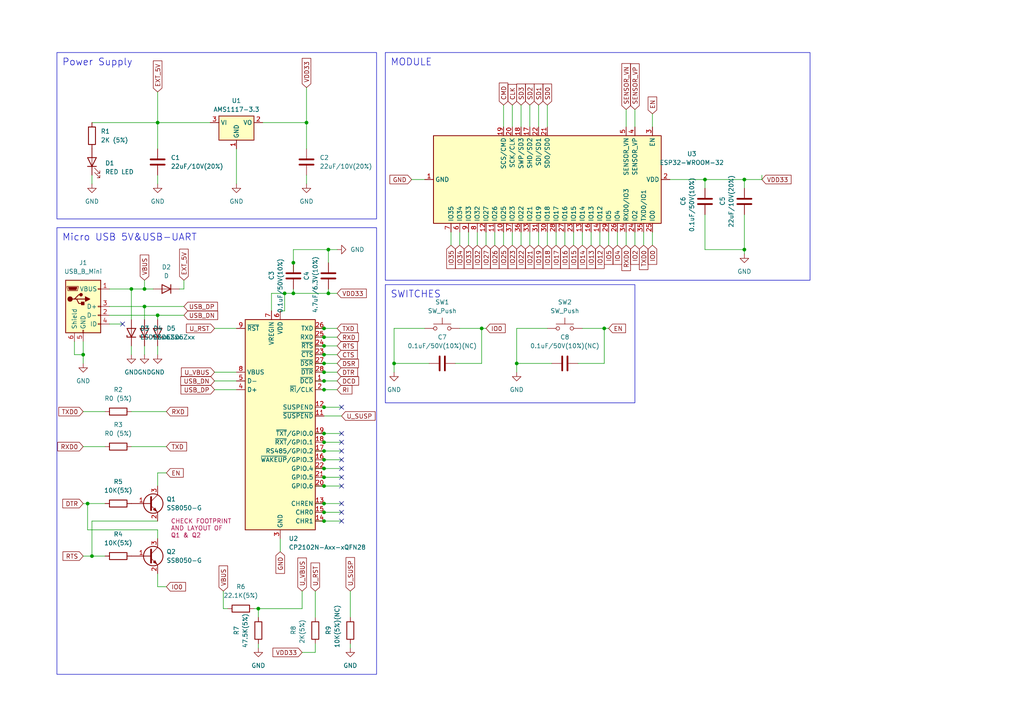
<source format=kicad_sch>
(kicad_sch (version 20230121) (generator eeschema)
  (paper "A4")
  (lib_symbols
    (symbol "Connector:USB_B_Mini" (pin_names (offset 1.016))
      (property "Reference" "J" (at -5.08 11.43 0))
      (property "Value" "USB_B_Mini" (at -5.08 8.89 0))
      (symbol "USB_B_Mini_0_1"
        (rectangle (start -5.08 -7.62) (end 5.08 7.62) (stroke (width 0.254)) (fill (type background)))
        (circle (center -3.81 2.159) (radius 0.635) (stroke (width 0.254)) (fill (type outline)))
        (circle (center -0.635 3.429) (radius 0.381) (stroke (width 0.254)) (fill (type outline)))
        (rectangle (start -0.127 -7.62) (end 0.127 -6.858))
        (polyline (pts (xy -1.905 2.159) (xy 0.635 2.159)) (stroke (width 0.254)))
        (polyline (pts (xy -3.175 2.159) (xy -2.54 2.159) (xy -1.27 3.429) (xy -0.635 3.429)) (stroke (width 0.254)))
        (polyline (pts (xy -2.54 2.159) (xy -1.905 2.159) (xy -1.27 0.889) (xy 0 0.889)) (stroke (width 0.254)))
        (polyline (pts (xy 0.635 2.794) (xy 0.635 1.524) (xy 1.905 2.159) (xy 0.635 2.794)) (stroke (width 0.254)) (fill (type outline)))
        (polyline (pts (xy -4.318 5.588) (xy -1.778 5.588) (xy -2.032 4.826) (xy -4.064 4.826) (xy -4.318 5.588)) (fill (type outline)))
        (polyline (pts (xy -4.699 5.842) (xy -4.699 5.588) (xy -4.445 4.826) (xy -4.445 4.572) (xy -1.651 4.572) (xy -1.651 4.826) (xy -1.397 5.588) (xy -1.397 5.842) (xy -4.699 5.842)))
        (rectangle (start 0.254 1.27) (end -0.508 0.508) (stroke (width 0.254)) (fill (type outline)))
        (rectangle (start 5.08 -5.207) (end 4.318 -4.953))
        (rectangle (start 5.08 -2.667) (end 4.318 -2.413))
        (rectangle (start 5.08 -0.127) (end 4.318 0.127))
        (rectangle (start 5.08 4.953) (end 4.318 5.207))
      )
      (symbol "USB_B_Mini_1_1"
        (pin power_out line (at 7.62 5.08 180) (length 2.54) (name "VBUS") (number "1"))
        (pin bidirectional line (at 7.62 -2.54 180) (length 2.54) (name "D-") (number "2"))
        (pin bidirectional line (at 7.62 0 180) (length 2.54) (name "D+") (number "3"))
        (pin passive line (at 7.62 -5.08 180) (length 2.54) (name "ID") (number "4"))
        (pin power_out line (at 0 -10.16 90) (length 2.54) (name "GND") (number "5"))
        (pin passive line (at -2.54 -10.16 90) (length 2.54) (name "Shield") (number "6"))
      )
    )
    (symbol "Device:C" (pin_numbers hide) (pin_names (offset 0.254))
      (property "Reference" "C" (at 0.635 2.54 0))
      (property "Value" "C" (at 0.635 -2.54 0))
      (symbol "C_0_1"
        (polyline (pts (xy -2.032 -0.762) (xy 2.032 -0.762)) (stroke (width 0.508)))
        (polyline (pts (xy -2.032 0.762) (xy 2.032 0.762)) (stroke (width 0.508)))
      )
      (symbol "C_1_1"
        (pin passive line (at 0 3.81 270) (length 2.794) (name "~") (number "1"))
        (pin passive line (at 0 -3.81 90) (length 2.794) (name "~") (number "2"))
      )
    )
    (symbol "Device:D" (pin_numbers hide) (pin_names (offset 1.016) hide)
      (property "Reference" "D" (at 0 2.54 0))
      (property "Value" "D" (at 0 -2.54 0))
      (symbol "D_0_1"
        (polyline (pts (xy -1.27 1.27) (xy -1.27 -1.27)) (stroke (width 0.254)))
        (polyline (pts (xy 1.27 0) (xy -1.27 0)))
        (polyline (pts (xy 1.27 1.27) (xy 1.27 -1.27) (xy -1.27 0) (xy 1.27 1.27)) (stroke (width 0.254)))
      )
      (symbol "D_1_1"
        (pin passive line (at -3.81 0 0) (length 2.54) (name "K") (number "1"))
        (pin passive line (at 3.81 0 180) (length 2.54) (name "A") (number "2"))
      )
    )
    (symbol "Device:LED" (pin_numbers hide) (pin_names (offset 1.016) hide)
      (property "Reference" "D" (at 0 2.54 0))
      (property "Value" "LED" (at 0 -2.54 0))
      (symbol "LED_0_1"
        (polyline (pts (xy -1.27 -1.27) (xy -1.27 1.27)) (stroke (width 0.254)))
        (polyline (pts (xy -1.27 0) (xy 1.27 0)))
        (polyline (pts (xy 1.27 -1.27) (xy 1.27 1.27) (xy -1.27 0) (xy 1.27 -1.27)) (stroke (width 0.254)))
        (polyline (pts (xy -3.048 -0.762) (xy -4.572 -2.286) (xy -3.81 -2.286) (xy -4.572 -2.286) (xy -4.572 -1.524)))
        (polyline (pts (xy -1.778 -0.762) (xy -3.302 -2.286) (xy -2.54 -2.286) (xy -3.302 -2.286) (xy -3.302 -1.524)))
      )
      (symbol "LED_1_1"
        (pin passive line (at -3.81 0 0) (length 2.54) (name "K") (number "1"))
        (pin passive line (at 3.81 0 180) (length 2.54) (name "A") (number "2"))
      )
    )
    (symbol "Device:Q_NPN_BEC" (pin_names (offset 0) hide)
      (property "Reference" "Q" (at 5.08 1.27 0))
      (property "Value" "Q_NPN_BEC" (at 5.08 -1.27 0))
      (symbol "Q_NPN_BEC_0_1"
        (polyline (pts (xy 0.635 0.635) (xy 2.54 2.54)))
        (polyline (pts (xy 0.635 -0.635) (xy 2.54 -2.54) (xy 2.54 -2.54)))
        (polyline (pts (xy 0.635 1.905) (xy 0.635 -1.905) (xy 0.635 -1.905)) (stroke (width 0.508)))
        (polyline (pts (xy 1.27 -1.778) (xy 1.778 -1.27) (xy 2.286 -2.286) (xy 1.27 -1.778) (xy 1.27 -1.778)) (fill (type outline)))
        (circle (center 1.27 0) (radius 2.8194) (stroke (width 0.254)))
      )
      (symbol "Q_NPN_BEC_1_1"
        (pin input line (at -5.08 0 0) (length 5.715) (name "B") (number "1"))
        (pin passive line (at 2.54 -5.08 90) (length 2.54) (name "E") (number "2"))
        (pin passive line (at 2.54 5.08 270) (length 2.54) (name "C") (number "3"))
      )
    )
    (symbol "Device:R" (pin_numbers hide) (pin_names (offset 0))
      (property "Reference" "R" (at 2.032 0 90))
      (property "Value" "R" (at 0 0 90))
      (symbol "R_0_1"
        (rectangle (start -1.016 -2.54) (end 1.016 2.54) (stroke (width 0.254)))
      )
      (symbol "R_1_1"
        (pin passive line (at 0 3.81 270) (length 1.27) (name "~") (number "1"))
        (pin passive line (at 0 -3.81 90) (length 1.27) (name "~") (number "2"))
      )
    )
    (symbol "Diode:ESD5Zxx" (pin_numbers hide) (pin_names hide)
      (property "Reference" "D" (at 0 2.54 0))
      (property "Value" "ESD5Zxx" (at 0 -2.54 0))
      (symbol "ESD5Zxx_0_1"
        (polyline (pts (xy 1.27 0) (xy -1.27 0)))
        (polyline (pts (xy -1.27 -1.27) (xy -1.27 1.27) (xy -0.762 1.27)) (stroke (width 0.254)))
        (polyline (pts (xy 1.27 -1.27) (xy 1.27 1.27) (xy -1.27 0) (xy 1.27 -1.27)) (stroke (width 0.254)))
      )
      (symbol "ESD5Zxx_1_1"
        (pin passive line (at -3.81 0 0) (length 2.54) (name "K") (number "1"))
        (pin passive line (at 3.81 0 180) (length 2.54) (name "A") (number "2"))
      )
    )
    (symbol "Interface_USB:CP2102N-Axx-xQFN28"
      (property "Reference" "U" (at -8.89 31.75 0))
      (property "Value" "CP2102N-Axx-xQFN28" (at 12.7 31.75 0))
      (symbol "CP2102N-Axx-xQFN28_0_1"
        (rectangle (start -10.16 30.48) (end 10.16 -30.48) (stroke (width 0.254)) (fill (type background)))
      )
      (symbol "CP2102N-Axx-xQFN28_1_1"
        (pin input line (at 12.7 12.7 180) (length 2.54) (name "~{DCD}") (number "1"))
        (pin no_connect line (at -10.16 -27.94 0) (length 2.54) hide (name "NC") (number "10"))
        (pin output line (at 12.7 2.54 180) (length 2.54) (name "~{SUSPEND}") (number "11"))
        (pin output line (at 12.7 5.08 180) (length 2.54) (name "SUSPEND") (number "12"))
        (pin output line (at 12.7 -22.86 180) (length 2.54) (name "CHREN") (number "13"))
        (pin output line (at 12.7 -27.94 180) (length 2.54) (name "CHR1") (number "14"))
        (pin output line (at 12.7 -25.4 180) (length 2.54) (name "CHR0") (number "15"))
        (pin bidirectional line (at 12.7 -10.16 180) (length 2.54) (name "~{WAKEUP}/GPIO.3") (number "16"))
        (pin bidirectional line (at 12.7 -7.62 180) (length 2.54) (name "RS485/GPIO.2") (number "17"))
        (pin bidirectional line (at 12.7 -5.08 180) (length 2.54) (name "~{RXT}/GPIO.1") (number "18"))
        (pin bidirectional line (at 12.7 -2.54 180) (length 2.54) (name "~{TXT}/GPIO.0") (number "19"))
        (pin bidirectional line (at 12.7 10.16 180) (length 2.54) (name "~{RI}/CLK") (number "2"))
        (pin bidirectional line (at 12.7 -17.78 180) (length 2.54) (name "GPIO.6") (number "20"))
        (pin bidirectional line (at 12.7 -15.24 180) (length 2.54) (name "GPIO.5") (number "21"))
        (pin bidirectional line (at 12.7 -12.7 180) (length 2.54) (name "GPIO.4") (number "22"))
        (pin input line (at 12.7 20.32 180) (length 2.54) (name "~{CTS}") (number "23"))
        (pin output line (at 12.7 22.86 180) (length 2.54) (name "~{RTS}") (number "24"))
        (pin input line (at 12.7 25.4 180) (length 2.54) (name "RXD") (number "25"))
        (pin output line (at 12.7 27.94 180) (length 2.54) (name "TXD") (number "26"))
        (pin input line (at 12.7 17.78 180) (length 2.54) (name "~{DSR}") (number "27"))
        (pin output line (at 12.7 15.24 180) (length 2.54) (name "~{DTR}") (number "28"))
        (pin passive line (at 0 -33.02 90) (length 2.54) hide (name "GND") (number "29"))
        (pin power_in line (at 0 -33.02 90) (length 2.54) (name "GND") (number "3"))
        (pin bidirectional line (at -12.7 10.16 0) (length 2.54) (name "D+") (number "4"))
        (pin bidirectional line (at -12.7 12.7 0) (length 2.54) (name "D-") (number "5"))
        (pin power_in line (at 0 33.02 270) (length 2.54) (name "VDD") (number "6"))
        (pin power_in line (at -2.54 33.02 270) (length 2.54) (name "VREGIN") (number "7"))
        (pin input line (at -12.7 15.24 0) (length 2.54) (name "VBUS") (number "8"))
        (pin input line (at -12.7 27.94 0) (length 2.54) (name "~{RST}") (number "9"))
      )
    )
    (symbol "RF_Module:ESP32-WROOM-32"
      (property "Reference" "U" (at -12.7 34.29 0))
      (property "Value" "ESP32-WROOM-32" (at 1.27 34.29 0))
      (symbol "ESP32-WROOM-32_0_1"
        (rectangle (start -12.7 33.02) (end 12.7 -33.02) (stroke (width 0.254)) (fill (type background)))
      )
      (symbol "ESP32-WROOM-32_1_1"
        (pin power_in line (at 0 -35.56 90) (length 2.54) (name "GND") (number "1"))
        (pin bidirectional line (at 15.24 -12.7 180) (length 2.54) (name "IO25") (number "10"))
        (pin bidirectional line (at 15.24 -15.24 180) (length 2.54) (name "IO26") (number "11"))
        (pin bidirectional line (at 15.24 -17.78 180) (length 2.54) (name "IO27") (number "12"))
        (pin bidirectional line (at 15.24 10.16 180) (length 2.54) (name "IO14") (number "13"))
        (pin bidirectional line (at 15.24 15.24 180) (length 2.54) (name "IO12") (number "14"))
        (pin passive line (at 0 -35.56 90) (length 2.54) hide (name "GND") (number "15"))
        (pin bidirectional line (at 15.24 12.7 180) (length 2.54) (name "IO13") (number "16"))
        (pin bidirectional line (at -15.24 -5.08 0) (length 2.54) (name "SHD/SD2") (number "17"))
        (pin bidirectional line (at -15.24 -7.62 0) (length 2.54) (name "SWP/SD3") (number "18"))
        (pin bidirectional line (at -15.24 -12.7 0) (length 2.54) (name "SCS/CMD") (number "19"))
        (pin power_in line (at 0 35.56 270) (length 2.54) (name "VDD") (number "2"))
        (pin bidirectional line (at -15.24 -10.16 0) (length 2.54) (name "SCK/CLK") (number "20"))
        (pin bidirectional line (at -15.24 0 0) (length 2.54) (name "SDO/SD0") (number "21"))
        (pin bidirectional line (at -15.24 -2.54 0) (length 2.54) (name "SDI/SD1") (number "22"))
        (pin bidirectional line (at 15.24 7.62 180) (length 2.54) (name "IO15") (number "23"))
        (pin bidirectional line (at 15.24 25.4 180) (length 2.54) (name "IO2") (number "24"))
        (pin bidirectional line (at 15.24 30.48 180) (length 2.54) (name "IO0") (number "25"))
        (pin bidirectional line (at 15.24 20.32 180) (length 2.54) (name "IO4") (number "26"))
        (pin bidirectional line (at 15.24 5.08 180) (length 2.54) (name "IO16") (number "27"))
        (pin bidirectional line (at 15.24 2.54 180) (length 2.54) (name "IO17") (number "28"))
        (pin bidirectional line (at 15.24 17.78 180) (length 2.54) (name "IO5") (number "29"))
        (pin input line (at -15.24 30.48 0) (length 2.54) (name "EN") (number "3"))
        (pin bidirectional line (at 15.24 0 180) (length 2.54) (name "IO18") (number "30"))
        (pin bidirectional line (at 15.24 -2.54 180) (length 2.54) (name "IO19") (number "31"))
        (pin no_connect line (at -12.7 -27.94 0) (length 2.54) hide (name "NC") (number "32"))
        (pin bidirectional line (at 15.24 -5.08 180) (length 2.54) (name "IO21") (number "33"))
        (pin bidirectional line (at 15.24 22.86 180) (length 2.54) (name "RXD0/IO3") (number "34"))
        (pin bidirectional line (at 15.24 27.94 180) (length 2.54) (name "TXD0/IO1") (number "35"))
        (pin bidirectional line (at 15.24 -7.62 180) (length 2.54) (name "IO22") (number "36"))
        (pin bidirectional line (at 15.24 -10.16 180) (length 2.54) (name "IO23") (number "37"))
        (pin passive line (at 0 -35.56 90) (length 2.54) hide (name "GND") (number "38"))
        (pin passive line (at 0 -35.56 90) (length 2.54) hide (name "GND") (number "39"))
        (pin input line (at -15.24 25.4 0) (length 2.54) (name "SENSOR_VP") (number "4"))
        (pin input line (at -15.24 22.86 0) (length 2.54) (name "SENSOR_VN") (number "5"))
        (pin input line (at 15.24 -25.4 180) (length 2.54) (name "IO34") (number "6"))
        (pin input line (at 15.24 -27.94 180) (length 2.54) (name "IO35") (number "7"))
        (pin bidirectional line (at 15.24 -20.32 180) (length 2.54) (name "IO32") (number "8"))
        (pin bidirectional line (at 15.24 -22.86 180) (length 2.54) (name "IO33") (number "9"))
      )
    )
    (symbol "Regulator_Linear:AMS1117-3.3"
      (property "Reference" "U" (at -3.81 3.175 0))
      (property "Value" "AMS1117-3.3" (at 0 3.175 0))
      (symbol "AMS1117-3.3_0_1"
        (rectangle (start -5.08 -5.08) (end 5.08 1.905) (stroke (width 0.254)) (fill (type background)))
      )
      (symbol "AMS1117-3.3_1_1"
        (pin power_in line (at 0 -7.62 90) (length 2.54) (name "GND") (number "1"))
        (pin power_out line (at 7.62 0 180) (length 2.54) (name "VO") (number "2"))
        (pin power_in line (at -7.62 0 0) (length 2.54) (name "VI") (number "3"))
      )
    )
    (symbol "Switch:SW_Push" (pin_numbers hide) (pin_names (offset 1.016) hide)
      (property "Reference" "SW" (at 1.27 2.54 0))
      (property "Value" "SW_Push" (at 0 -1.524 0))
      (symbol "SW_Push_0_1"
        (circle (center -2.032 0) (radius 0.508))
        (polyline (pts (xy 0 1.27) (xy 0 3.048)))
        (polyline (pts (xy 2.54 1.27) (xy -2.54 1.27)))
        (circle (center 2.032 0) (radius 0.508))
        (pin passive line (at -5.08 0 0) (length 2.54) (name "1") (number "1"))
        (pin passive line (at 5.08 0 180) (length 2.54) (name "2") (number "2"))
      )
    )
    (symbol "power:GND" (power) (pin_names (offset 0))
      (property "Value" "GND" (at 0 -3.81 0))
      (symbol "GND_0_1"
        (polyline (pts (xy 0 0) (xy 0 -1.27) (xy 1.27 -1.27) (xy 0 -2.54) (xy -1.27 -1.27) (xy 0 -1.27)))
      )
      (symbol "GND_1_1"
        (pin power_in line (at 0 0 270) (length 0) hide (name "GND") (number "1"))
      )
    )
  )
  (junction (at 82.55 85.09))
  (junction (at 215.9 72.39))
  (junction (at 41.91 88.9))
  (junction (at 95.25 85.09))
  (junction (at 25.4 146.05))
  (junction (at 149.86 105.41))
  (junction (at 85.09 76.2))
  (junction (at 93.98 118.11))
  (junction (at 74.93 176.53))
  (junction (at 93.98 100.33))
  (junction (at 95.25 72.39))
  (junction (at 93.98 135.89))
  (junction (at 93.98 146.05))
  (junction (at 93.98 105.41))
  (junction (at 24.13 102.87))
  (junction (at 45.72 35.56))
  (junction (at 204.47 52.07))
  (junction (at 93.98 95.25))
  (junction (at 93.98 107.95))
  (junction (at 114.3 105.41))
  (junction (at 93.98 138.43))
  (junction (at 38.1 83.82))
  (junction (at 93.98 97.79))
  (junction (at 93.98 130.81))
  (junction (at 93.98 133.35))
  (junction (at 41.91 83.82))
  (junction (at 93.98 151.13))
  (junction (at 93.98 148.59))
  (junction (at 85.09 85.09))
  (junction (at 93.98 110.49))
  (junction (at 26.67 161.29))
  (junction (at 93.98 113.03))
  (junction (at 93.98 128.27))
  (junction (at 88.9 35.56))
  (junction (at 175.26 95.25))
  (junction (at 139.7 95.25))
  (junction (at 93.98 102.87))
  (junction (at 45.72 91.44))
  (junction (at 93.98 125.73))
  (junction (at 215.9 52.07))
  (junction (at 93.98 140.97))
  (no_connect (at 99.06 146.05))
  (no_connect (at 99.06 138.43))
  (no_connect (at 99.06 128.27))
  (no_connect (at 99.06 151.13))
  (no_connect (at 99.06 130.81))
  (no_connect (at 99.06 135.89))
  (no_connect (at 99.06 125.73))
  (no_connect (at 99.06 133.35))
  (no_connect (at 99.06 140.97))
  (no_connect (at 35.56 93.98))
  (no_connect (at 99.06 148.59))
  (no_connect (at 99.06 118.11))
  (bus_entry (at 562.61 71.12) (size 2.54 2.54))
  (bus_entry (at 563.88 71.12) (size 2.54 2.54))
  (wire (pts (xy 68.58 43.18) (xy 68.58 53.34)))
  (wire (pts (xy 93.98 95.25) (xy 97.79 95.25)))
  (wire (pts (xy 64.77 171.45) (xy 64.77 176.53)))
  (wire (pts (xy 41.91 88.9) (xy 41.91 92.71)))
  (wire (pts (xy 93.98 110.49) (xy 97.79 110.49)))
  (wire (pts (xy 161.29 67.31) (xy 161.29 71.12)))
  (wire (pts (xy 41.91 100.33) (xy 41.91 102.87)))
  (wire (pts (xy 38.1 100.33) (xy 38.1 102.87)))
  (wire (pts (xy 53.34 83.82) (xy 53.34 81.28)))
  (wire (pts (xy 204.47 72.39) (xy 215.9 72.39)))
  (wire (pts (xy 91.44 100.33) (xy 93.98 100.33)))
  (wire (pts (xy 168.91 67.31) (xy 168.91 71.12)))
  (wire (pts (xy 93.98 133.35) (xy 99.06 133.35)))
  (wire (pts (xy 31.75 91.44) (xy 45.72 91.44)))
  (wire (pts (xy 93.98 113.03) (xy 97.79 113.03)))
  (wire (pts (xy 45.72 137.16) (xy 45.72 140.97)))
  (wire (pts (xy 220.98 52.07) (xy 220.98 50.8)))
  (wire (pts (xy 186.69 67.31) (xy 186.69 71.12)))
  (wire (pts (xy 93.98 118.11) (xy 99.06 118.11)))
  (wire (pts (xy 45.72 153.67) (xy 25.4 153.67)))
  (wire (pts (xy 74.93 176.53) (xy 87.63 176.53)))
  (wire (pts (xy 93.98 97.79) (xy 97.79 97.79)))
  (wire (pts (xy 93.98 140.97) (xy 99.06 140.97)))
  (wire (pts (xy 181.61 67.31) (xy 181.61 71.12)))
  (wire (pts (xy 21.59 99.06) (xy 21.59 102.87)))
  (wire (pts (xy 135.89 67.31) (xy 135.89 71.12)))
  (wire (pts (xy 158.75 30.48) (xy 158.75 36.83)))
  (wire (pts (xy 93.98 135.89) (xy 99.06 135.89)))
  (wire (pts (xy 158.75 67.31) (xy 158.75 71.12)))
  (wire (pts (xy 173.99 67.31) (xy 173.99 71.12)))
  (wire (pts (xy 140.97 67.31) (xy 140.97 71.12)))
  (wire (pts (xy 215.9 72.39) (xy 215.9 73.66)))
  (wire (pts (xy 85.09 76.2) (xy 85.09 72.39)))
  (wire (pts (xy 138.43 67.31) (xy 138.43 71.12)))
  (wire (pts (xy 101.6 171.45) (xy 101.6 179.07)))
  (wire (pts (xy 82.55 90.17) (xy 81.28 90.17)))
  (wire (pts (xy 31.75 93.98) (xy 35.56 93.98)))
  (wire (pts (xy 91.44 95.25) (xy 93.98 95.25)))
  (wire (pts (xy 26.67 161.29) (xy 30.48 161.29)))
  (wire (pts (xy 184.15 67.31) (xy 184.15 71.12)))
  (wire (pts (xy 81.28 156.21) (xy 81.28 160.02)))
  (wire (pts (xy 24.13 129.54) (xy 30.48 129.54)))
  (wire (pts (xy 148.59 67.31) (xy 148.59 71.12)))
  (wire (pts (xy 45.72 26.67) (xy 45.72 35.56)))
  (wire (pts (xy 91.44 140.97) (xy 93.98 140.97)))
  (wire (pts (xy 149.86 95.25) (xy 149.86 105.41)))
  (wire (pts (xy 167.64 105.41) (xy 175.26 105.41)))
  (wire (pts (xy 41.91 88.9) (xy 53.34 88.9)))
  (wire (pts (xy 95.25 72.39) (xy 95.25 76.2)))
  (wire (pts (xy 93.98 100.33) (xy 97.79 100.33)))
  (wire (pts (xy 143.51 67.31) (xy 143.51 71.12)))
  (wire (pts (xy 26.67 35.56) (xy 45.72 35.56)))
  (wire (pts (xy 179.07 67.31) (xy 179.07 71.12)))
  (wire (pts (xy 149.86 105.41) (xy 149.86 107.95)))
  (wire (pts (xy 139.7 95.25) (xy 139.7 105.41)))
  (wire (pts (xy 85.09 85.09) (xy 95.25 85.09)))
  (wire (pts (xy 91.44 133.35) (xy 93.98 133.35)))
  (wire (pts (xy 123.19 95.25) (xy 114.3 95.25)))
  (wire (pts (xy 114.3 105.41) (xy 114.3 107.95)))
  (wire (pts (xy 158.75 95.25) (xy 149.86 95.25)))
  (wire (pts (xy 114.3 105.41) (xy 124.46 105.41)))
  (wire (pts (xy 87.63 189.23) (xy 91.44 189.23)))
  (wire (pts (xy 62.23 95.25) (xy 68.58 95.25)))
  (wire (pts (xy 45.72 91.44) (xy 45.72 92.71)))
  (wire (pts (xy 45.72 50.8) (xy 45.72 53.34)))
  (wire (pts (xy 91.44 97.79) (xy 93.98 97.79)))
  (wire (pts (xy 24.13 119.38) (xy 30.48 119.38)))
  (wire (pts (xy 25.4 146.05) (xy 30.48 146.05)))
  (wire (pts (xy 31.75 88.9) (xy 41.91 88.9)))
  (wire (pts (xy 91.44 128.27) (xy 93.98 128.27)))
  (wire (pts (xy 91.44 135.89) (xy 93.98 135.89)))
  (wire (pts (xy 24.13 102.87) (xy 24.13 105.41)))
  (wire (pts (xy 45.72 151.13) (xy 26.67 151.13)))
  (wire (pts (xy 148.59 30.48) (xy 148.59 36.83)))
  (wire (pts (xy 91.44 125.73) (xy 93.98 125.73)))
  (wire (pts (xy 156.21 67.31) (xy 156.21 71.12)))
  (wire (pts (xy 31.75 83.82) (xy 38.1 83.82)))
  (wire (pts (xy 204.47 52.07) (xy 204.47 54.61)))
  (wire (pts (xy 85.09 72.39) (xy 95.25 72.39)))
  (wire (pts (xy 88.9 50.8) (xy 88.9 53.34)))
  (wire (pts (xy 45.72 91.44) (xy 53.34 91.44)))
  (wire (pts (xy 41.91 81.28) (xy 41.91 83.82)))
  (wire (pts (xy 93.98 120.65) (xy 99.06 120.65)))
  (wire (pts (xy 93.98 105.41) (xy 97.79 105.41)))
  (wire (pts (xy 76.2 35.56) (xy 88.9 35.56)))
  (wire (pts (xy 91.44 138.43) (xy 93.98 138.43)))
  (wire (pts (xy 91.44 105.41) (xy 93.98 105.41)))
  (wire (pts (xy 91.44 146.05) (xy 93.98 146.05)))
  (wire (pts (xy 62.23 110.49) (xy 68.58 110.49)))
  (wire (pts (xy 181.61 31.75) (xy 181.61 36.83)))
  (wire (pts (xy 133.35 67.31) (xy 133.35 71.12)))
  (wire (pts (xy 95.25 83.82) (xy 95.25 85.09)))
  (wire (pts (xy 175.26 95.25) (xy 175.26 105.41)))
  (wire (pts (xy 73.66 176.53) (xy 74.93 176.53)))
  (wire (pts (xy 194.31 52.07) (xy 204.47 52.07)))
  (wire (pts (xy 91.44 107.95) (xy 93.98 107.95)))
  (wire (pts (xy 93.98 151.13) (xy 99.06 151.13)))
  (wire (pts (xy 163.83 67.31) (xy 163.83 71.12)))
  (wire (pts (xy 44.45 83.82) (xy 41.91 83.82)))
  (wire (pts (xy 52.07 83.82) (xy 53.34 83.82)))
  (wire (pts (xy 166.37 67.31) (xy 166.37 71.12)))
  (wire (pts (xy 101.6 186.69) (xy 101.6 187.96)))
  (wire (pts (xy 93.98 128.27) (xy 99.06 128.27)))
  (wire (pts (xy 85.09 78.74) (xy 85.09 76.2)))
  (wire (pts (xy 204.47 62.23) (xy 204.47 72.39)))
  (wire (pts (xy 153.67 67.31) (xy 153.67 71.12)))
  (wire (pts (xy 78.74 85.09) (xy 78.74 90.17)))
  (wire (pts (xy 93.98 107.95) (xy 97.79 107.95)))
  (wire (pts (xy 93.98 138.43) (xy 99.06 138.43)))
  (wire (pts (xy 91.44 102.87) (xy 93.98 102.87)))
  (wire (pts (xy 119.38 52.07) (xy 123.19 52.07)))
  (wire (pts (xy 132.08 105.41) (xy 139.7 105.41)))
  (wire (pts (xy 26.67 151.13) (xy 26.67 161.29)))
  (wire (pts (xy 45.72 35.56) (xy 45.72 43.18)))
  (wire (pts (xy 85.09 83.82) (xy 85.09 85.09)))
  (wire (pts (xy 24.13 146.05) (xy 25.4 146.05)))
  (wire (pts (xy 82.55 85.09) (xy 82.55 90.17)))
  (wire (pts (xy 93.98 125.73) (xy 99.06 125.73)))
  (wire (pts (xy 215.9 52.07) (xy 220.98 52.07)))
  (wire (pts (xy 130.81 67.31) (xy 130.81 71.12)))
  (wire (pts (xy 82.55 85.09) (xy 85.09 85.09)))
  (wire (pts (xy 204.47 52.07) (xy 215.9 52.07)))
  (wire (pts (xy 146.05 30.48) (xy 146.05 36.83)))
  (wire (pts (xy 91.44 186.69) (xy 91.44 189.23)))
  (wire (pts (xy 93.98 146.05) (xy 99.06 146.05)))
  (wire (pts (xy 153.67 30.48) (xy 153.67 36.83)))
  (wire (pts (xy 91.44 130.81) (xy 93.98 130.81)))
  (wire (pts (xy 95.25 85.09) (xy 97.79 85.09)))
  (wire (pts (xy 95.25 72.39) (xy 97.79 72.39)))
  (wire (pts (xy 215.9 52.07) (xy 215.9 54.61)))
  (wire (pts (xy 91.44 110.49) (xy 93.98 110.49)))
  (wire (pts (xy 149.86 105.41) (xy 160.02 105.41)))
  (wire (pts (xy 184.15 31.75) (xy 184.15 36.83)))
  (wire (pts (xy 175.26 95.25) (xy 176.53 95.25)))
  (wire (pts (xy 38.1 119.38) (xy 48.26 119.38)))
  (wire (pts (xy 26.67 50.8) (xy 26.67 53.34)))
  (wire (pts (xy 24.13 99.06) (xy 24.13 102.87)))
  (wire (pts (xy 24.13 161.29) (xy 26.67 161.29)))
  (wire (pts (xy 91.44 113.03) (xy 93.98 113.03)))
  (wire (pts (xy 45.72 100.33) (xy 45.72 102.87)))
  (wire (pts (xy 38.1 129.54) (xy 48.26 129.54)))
  (wire (pts (xy 74.93 176.53) (xy 74.93 179.07)))
  (wire (pts (xy 45.72 156.21) (xy 45.72 153.67)))
  (wire (pts (xy 133.35 95.25) (xy 139.7 95.25)))
  (wire (pts (xy 156.21 30.48) (xy 156.21 36.83)))
  (wire (pts (xy 38.1 83.82) (xy 38.1 92.71)))
  (wire (pts (xy 62.23 113.03) (xy 68.58 113.03)))
  (wire (pts (xy 78.74 85.09) (xy 82.55 85.09)))
  (wire (pts (xy 91.44 118.11) (xy 93.98 118.11)))
  (wire (pts (xy 189.23 33.02) (xy 189.23 36.83)))
  (wire (pts (xy 88.9 25.4) (xy 88.9 35.56)))
  (wire (pts (xy 176.53 67.31) (xy 176.53 71.12)))
  (wire (pts (xy 91.44 171.45) (xy 91.44 179.07)))
  (wire (pts (xy 171.45 67.31) (xy 171.45 71.12)))
  (wire (pts (xy 114.3 95.25) (xy 114.3 105.41)))
  (wire (pts (xy 139.7 95.25) (xy 140.97 95.25)))
  (wire (pts (xy 91.44 148.59) (xy 93.98 148.59)))
  (wire (pts (xy 62.23 107.95) (xy 68.58 107.95)))
  (wire (pts (xy 168.91 95.25) (xy 175.26 95.25)))
  (wire (pts (xy 45.72 170.18) (xy 45.72 166.37)))
  (wire (pts (xy 38.1 83.82) (xy 41.91 83.82)))
  (wire (pts (xy 93.98 102.87) (xy 97.79 102.87)))
  (wire (pts (xy 21.59 102.87) (xy 24.13 102.87)))
  (wire (pts (xy 88.9 35.56) (xy 88.9 43.18)))
  (wire (pts (xy 48.26 137.16) (xy 45.72 137.16)))
  (wire (pts (xy 87.63 171.45) (xy 87.63 176.53)))
  (wire (pts (xy 151.13 67.31) (xy 151.13 71.12)))
  (wire (pts (xy 93.98 148.59) (xy 99.06 148.59)))
  (wire (pts (xy 64.77 176.53) (xy 66.04 176.53)))
  (wire (pts (xy 215.9 62.23) (xy 215.9 72.39)))
  (wire (pts (xy 45.72 35.56) (xy 60.96 35.56)))
  (wire (pts (xy 189.23 67.31) (xy 189.23 71.12)))
  (wire (pts (xy 45.72 170.18) (xy 48.26 170.18)))
  (wire (pts (xy 93.98 130.81) (xy 99.06 130.81)))
  (wire (pts (xy 25.4 153.67) (xy 25.4 146.05)))
  (wire (pts (xy 91.44 151.13) (xy 93.98 151.13)))
  (wire (pts (xy 151.13 30.48) (xy 151.13 36.83)))
  (wire (pts (xy 74.93 186.69) (xy 74.93 187.96)))
  (wire (pts (xy 146.05 67.31) (xy 146.05 71.12)))
  (text_box "SWITCHES" (at 111.76 82.55 0) (size 72.39 34.29) (effects (font (size 2 2)) (justify left top)))
  (text_box "Power Supply" (at 16.51 15.24 0) (size 92.71 48.26) (effects (font (size 2 2)) (justify left top)))
  (text_box "Micro USB 5V&USB-UART" (at 16.51 66.04 0) (size 92.71 129.54) (effects (font (size 2 2)) (justify left top)))
  (text_box "MODULE" (at 111.76 15.24 0) (size 123.19 66.04) (effects (font (size 2 2)) (justify left top)))
  (text "CHECK FOOTPRINT\nAND LAYOUT OF\nQ1 & Q2\n" (at 49.53 156.21 0) (effects (font (size 1.27 1.27)) (justify left bottom)))
  (global_label "IO35" (shape input) (at 130.81 71.12 270) (property "Intersheetrefs" "${INTERSHEET_REFS}" (effects hide)))
  (global_label "IO0" (shape input) (at 189.23 71.12 270) (property "Intersheetrefs" "${INTERSHEET_REFS}" (effects hide)))
  (global_label "USB_DN" (shape input) (at 53.34 91.44 0) (property "Intersheetrefs" "${INTERSHEET_REFS}" (effects hide)))
  (global_label "EXT_5V" (shape input) (at 45.72 26.67 90) (property "Intersheetrefs" "${INTERSHEET_REFS}" (effects hide)))
  (global_label "VBUS" (shape input) (at 64.77 171.45 90) (property "Intersheetrefs" "${INTERSHEET_REFS}" (effects hide)))
  (global_label "TXD" (shape input) (at 48.26 129.54 0) (property "Intersheetrefs" "${INTERSHEET_REFS}" (effects hide)))
  (global_label "DCD" (shape input) (at 97.79 110.49 0) (property "Intersheetrefs" "${INTERSHEET_REFS}" (effects hide)))
  (global_label "U_RST" (shape input) (at 62.23 95.25 180) (property "Intersheetrefs" "${INTERSHEET_REFS}" (effects hide)))
  (global_label "SD0" (shape input) (at 158.75 30.48 90) (property "Intersheetrefs" "${INTERSHEET_REFS}" (effects hide)))
  (global_label "CTS" (shape input) (at 97.79 102.87 0) (property "Intersheetrefs" "${INTERSHEET_REFS}" (effects hide)))
  (global_label "IO0" (shape input) (at 48.26 170.18 0) (property "Intersheetrefs" "${INTERSHEET_REFS}" (effects hide)))
  (global_label "IO32" (shape input) (at 138.43 71.12 270) (property "Intersheetrefs" "${INTERSHEET_REFS}" (effects hide)))
  (global_label "IO4" (shape input) (at 179.07 71.12 270) (property "Intersheetrefs" "${INTERSHEET_REFS}" (effects hide)))
  (global_label "EN" (shape input) (at 176.53 95.25 0) (property "Intersheetrefs" "${INTERSHEET_REFS}" (effects hide)))
  (global_label "U_SUSP" (shape input) (at 99.06 120.65 0) (property "Intersheetrefs" "${INTERSHEET_REFS}" (effects hide)))
  (global_label "TXD0" (shape input) (at 24.13 119.38 180) (property "Intersheetrefs" "${INTERSHEET_REFS}" (effects hide)))
  (global_label "RXD0" (shape input) (at 181.61 71.12 270) (property "Intersheetrefs" "${INTERSHEET_REFS}" (effects hide)))
  (global_label "IO18" (shape input) (at 158.75 71.12 270) (property "Intersheetrefs" "${INTERSHEET_REFS}" (effects hide)))
  (global_label "IO23" (shape input) (at 148.59 71.12 270) (property "Intersheetrefs" "${INTERSHEET_REFS}" (effects hide)))
  (global_label "TXD0" (shape input) (at 186.69 71.12 270) (property "Intersheetrefs" "${INTERSHEET_REFS}" (effects hide)))
  (global_label "IO14" (shape input) (at 168.91 71.12 270) (property "Intersheetrefs" "${INTERSHEET_REFS}" (effects hide)))
  (global_label "IO15" (shape input) (at 166.37 71.12 270) (property "Intersheetrefs" "${INTERSHEET_REFS}" (effects hide)))
  (global_label "SD1" (shape input) (at 156.21 30.48 90) (property "Intersheetrefs" "${INTERSHEET_REFS}" (effects hide)))
  (global_label "RTS" (shape input) (at 24.13 161.29 180) (property "Intersheetrefs" "${INTERSHEET_REFS}" (effects hide)))
  (global_label "VDD33" (shape input) (at 220.98 52.07 0) (property "Intersheetrefs" "${INTERSHEET_REFS}" (effects hide)))
  (global_label "TXD" (shape input) (at 97.79 95.25 0) (property "Intersheetrefs" "${INTERSHEET_REFS}" (effects hide)))
  (global_label "DTR" (shape input) (at 24.13 146.05 180) (property "Intersheetrefs" "${INTERSHEET_REFS}" (effects hide)))
  (global_label "CLK" (shape input) (at 148.59 30.48 90) (property "Intersheetrefs" "${INTERSHEET_REFS}" (effects hide)))
  (global_label "IO21" (shape input) (at 153.67 71.12 270) (property "Intersheetrefs" "${INTERSHEET_REFS}" (effects hide)))
  (global_label "DSR" (shape input) (at 97.79 105.41 0) (property "Intersheetrefs" "${INTERSHEET_REFS}" (effects hide)))
  (global_label "U_VBUS" (shape input) (at 87.63 171.45 90) (property "Intersheetrefs" "${INTERSHEET_REFS}" (effects hide)))
  (global_label "VDD33" (shape input) (at 88.9 25.4 90) (property "Intersheetrefs" "${INTERSHEET_REFS}" (effects hide)))
  (global_label "GND" (shape input) (at 81.28 160.02 270) (property "Intersheetrefs" "${INTERSHEET_REFS}" (effects hide)))
  (global_label "SENSOR_VN" (shape input) (at 181.61 31.75 90) (property "Intersheetrefs" "${INTERSHEET_REFS}" (effects hide)))
  (global_label "IO12" (shape input) (at 173.99 71.12 270) (property "Intersheetrefs" "${INTERSHEET_REFS}" (effects hide)))
  (global_label "EXT_5V" (shape input) (at 53.34 81.28 90) (property "Intersheetrefs" "${INTERSHEET_REFS}" (effects hide)))
  (global_label "SD2" (shape input) (at 153.67 30.48 90) (property "Intersheetrefs" "${INTERSHEET_REFS}" (effects hide)))
  (global_label "USB_DP" (shape input) (at 53.34 88.9 0) (property "Intersheetrefs" "${INTERSHEET_REFS}" (effects hide)))
  (global_label "IO19" (shape input) (at 156.21 71.12 270) (property "Intersheetrefs" "${INTERSHEET_REFS}" (effects hide)))
  (global_label "RXD" (shape input) (at 97.79 97.79 0) (property "Intersheetrefs" "${INTERSHEET_REFS}" (effects hide)))
  (global_label "RXD0" (shape input) (at 24.13 129.54 180) (property "Intersheetrefs" "${INTERSHEET_REFS}" (effects hide)))
  (global_label "U_RST" (shape input) (at 91.44 171.45 90) (property "Intersheetrefs" "${INTERSHEET_REFS}" (effects hide)))
  (global_label "IO0" (shape input) (at 140.97 95.25 0) (property "Intersheetrefs" "${INTERSHEET_REFS}" (effects hide)))
  (global_label "SD3" (shape input) (at 151.13 30.48 90) (property "Intersheetrefs" "${INTERSHEET_REFS}" (effects hide)))
  (global_label "IO13" (shape input) (at 171.45 71.12 270) (property "Intersheetrefs" "${INTERSHEET_REFS}" (effects hide)))
  (global_label "VDD33" (shape input) (at 87.63 189.23 180) (property "Intersheetrefs" "${INTERSHEET_REFS}" (effects hide)))
  (global_label "IO5" (shape input) (at 176.53 71.12 270) (property "Intersheetrefs" "${INTERSHEET_REFS}" (effects hide)))
  (global_label "RI" (shape input) (at 97.79 113.03 0) (property "Intersheetrefs" "${INTERSHEET_REFS}" (effects hide)))
  (global_label "VBUS" (shape input) (at 41.91 81.28 90) (property "Intersheetrefs" "${INTERSHEET_REFS}" (effects hide)))
  (global_label "VDD33" (shape input) (at 97.79 85.09 0) (property "Intersheetrefs" "${INTERSHEET_REFS}" (effects hide)))
  (global_label "EN" (shape input) (at 48.26 137.16 0) (property "Intersheetrefs" "${INTERSHEET_REFS}" (effects hide)))
  (global_label "IO25" (shape input) (at 146.05 71.12 270) (property "Intersheetrefs" "${INTERSHEET_REFS}" (effects hide)))
  (global_label "EN" (shape input) (at 189.23 33.02 90) (property "Intersheetrefs" "${INTERSHEET_REFS}" (effects hide)))
  (global_label "DTR" (shape input) (at 97.79 107.95 0) (property "Intersheetrefs" "${INTERSHEET_REFS}" (effects hide)))
  (global_label "IO2" (shape input) (at 184.15 71.12 270) (property "Intersheetrefs" "${INTERSHEET_REFS}" (effects hide)))
  (global_label "IO26" (shape input) (at 143.51 71.12 270) (property "Intersheetrefs" "${INTERSHEET_REFS}" (effects hide)))
  (global_label "CMD" (shape input) (at 146.05 30.48 90) (property "Intersheetrefs" "${INTERSHEET_REFS}" (effects hide)))
  (global_label "IO33" (shape input) (at 135.89 71.12 270) (property "Intersheetrefs" "${INTERSHEET_REFS}" (effects hide)))
  (global_label "IO34" (shape input) (at 133.35 71.12 270) (property "Intersheetrefs" "${INTERSHEET_REFS}" (effects hide)))
  (global_label "IO22" (shape input) (at 151.13 71.12 270) (property "Intersheetrefs" "${INTERSHEET_REFS}" (effects hide)))
  (global_label "IO16" (shape input) (at 163.83 71.12 270) (property "Intersheetrefs" "${INTERSHEET_REFS}" (effects hide)))
  (global_label "U_VBUS" (shape input) (at 62.23 107.95 180) (property "Intersheetrefs" "${INTERSHEET_REFS}" (effects hide)))
  (global_label "IO27" (shape input) (at 140.97 71.12 270) (property "Intersheetrefs" "${INTERSHEET_REFS}" (effects hide)))
  (global_label "RTS" (shape input) (at 97.79 100.33 0) (property "Intersheetrefs" "${INTERSHEET_REFS}" (effects hide)))
  (global_label "IO17" (shape input) (at 161.29 71.12 270) (property "Intersheetrefs" "${INTERSHEET_REFS}" (effects hide)))
  (global_label "RXD" (shape input) (at 48.26 119.38 0) (property "Intersheetrefs" "${INTERSHEET_REFS}" (effects hide)))
  (global_label "U_SUSP" (shape input) (at 101.6 171.45 90) (property "Intersheetrefs" "${INTERSHEET_REFS}" (effects hide)))
  (global_label "SENSOR_VP" (shape input) (at 184.15 31.75 90) (property "Intersheetrefs" "${INTERSHEET_REFS}" (effects hide)))
  (global_label "USB_DP" (shape input) (at 62.23 113.03 180) (property "Intersheetrefs" "${INTERSHEET_REFS}" (effects hide)))
  (global_label "GND" (shape input) (at 119.38 52.07 180) (property "Intersheetrefs" "${INTERSHEET_REFS}" (effects hide)))
  (global_label "USB_DN" (shape input) (at 62.23 110.49 180) (property "Intersheetrefs" "${INTERSHEET_REFS}" (effects hide)))
  (symbol (lib_id "Device:C") (at 95.25 80.01 0) (unit 1)
    (property "Reference" "C4" (at 88.9 80.01 90))
    (property "Value" "4.7uF/6.3V(10%)" (at 91.44 82.55 90))
    (property "Footprint" "Capacitor_SMD:C_0402_1005Metric" (effects hide))
  )
  (symbol (lib_id "Device:C") (at 88.9 46.99 0) (unit 1)
    (property "Reference" "C2" (at 92.71 45.7199 0) (effects (justify left)))
    (property "Value" "22uF/10V(20%)" (at 92.71 48.2599 0) (effects (justify left)))
    (property "Footprint" "Capacitor_SMD:C_0402_1005Metric" (effects hide))
  )
  (symbol (lib_id "power:GND") (at 45.72 53.34 0) (unit 1)
    (property "Reference" "#PWR02" (effects hide))
    (property "Value" "GND" (at 45.72 58.42 0))
  )
  (symbol (lib_id "Device:R") (at 91.44 182.88 180) (unit 1)
    (property "Reference" "R8" (at 85.09 184.15 90) (effects (justify right)))
    (property "Value" "2K(5%)" (at 87.63 186.69 90) (effects (justify right)))
    (property "Footprint" "Capacitor_SMD:C_0402_1005Metric" (effects hide))
    (property "Datasheet" "  (symbol \"Device:R\" (pin_numbers hide) (pin_names (offset 0)) (in_bom yes) (on_board yes)" (effects hide))
  )
  (symbol (lib_id "Diode:ESD5Zxx") (at 45.72 96.52 90) (unit 1)
    (property "Reference" "D5" (at 48.26 95.2499 90) (effects (justify right)))
    (property "Value" "ESD5Zxx" (at 48.26 97.7899 90) (effects (justify right)))
    (property "Footprint" "Diode_SMD:D_SOD-523" (effects hide))
    (property "Datasheet" "https://www.onsemi.com/pdf/datasheet/esd5z2.5t1-d.pdf" (effects hide))
  )
  (symbol (lib_id "power:GND") (at 97.79 72.39 90) (unit 1)
    (property "Reference" "#PWR06" (effects hide))
    (property "Value" "GND" (at 101.6 72.3899 90) (effects (justify right)))
  )
  (symbol (lib_id "power:GND") (at 45.72 102.87 0) (unit 1)
    (property "Reference" "#PWR012" (effects hide))
    (property "Value" "GND" (at 45.72 107.95 0))
  )
  (symbol (lib_id "power:GND") (at 24.13 105.41 0) (unit 1)
    (property "Reference" "#PWR05" (effects hide))
    (property "Value" "GND" (at 24.13 110.49 0))
  )
  (symbol (lib_id "Device:R") (at 101.6 182.88 180) (unit 1)
    (property "Reference" "R9" (at 95.25 184.15 90) (effects (justify right)))
    (property "Value" "10K(5%)(NC)" (at 97.79 187.96 90) (effects (justify right)))
    (property "Footprint" "Resistor_SMD:R_0402_1005Metric" (effects hide))
  )
  (symbol (lib_id "Device:C") (at 163.83 105.41 90) (unit 1)
    (property "Reference" "C8" (at 163.83 97.79 90))
    (property "Value" "0.1uF/50V(10%)(NC)" (at 163.83 100.33 90))
    (property "Footprint" "Capacitor_SMD:C_0402_1005Metric" (effects hide))
  )
  (symbol (lib_id "power:GND") (at 101.6 187.96 0) (unit 1)
    (property "Reference" "#PWR08" (effects hide))
    (property "Value" "GND" (at 101.6 193.04 0))
  )
  (symbol (lib_id "Device:C") (at 204.47 58.42 0) (unit 1)
    (property "Reference" "C6" (at 198.12 59.69 90) (effects (justify left)))
    (property "Value" "0.1uF/50V(10%)" (at 200.66 67.31 90) (effects (justify left)))
    (property "Footprint" "Capacitor_SMD:C_0402_1005Metric" (effects hide))
  )
  (symbol (lib_id "Diode:ESD5Zxx") (at 41.91 96.52 90) (unit 1)
    (property "Reference" "D4" (at 44.45 95.2499 90) (effects (justify right)))
    (property "Value" "ESD5Zxx" (at 44.45 97.7899 90) (effects (justify right)))
    (property "Footprint" "Diode_SMD:D_SOD-523" (effects hide))
    (property "Datasheet" "https://www.onsemi.com/pdf/datasheet/esd5z2.5t1-d.pdf" (effects hide))
  )
  (symbol (lib_id "Connector:USB_B_Mini") (at 24.13 88.9 0) (unit 1)
    (property "Reference" "J1" (at 24.13 76.2 0))
    (property "Value" "USB_B_Mini" (at 24.13 78.74 0))
    (property "Footprint" "Connector_USB:USB_Mini-B_Lumberg_2486_01_Horizontal" (effects hide))
  )
  (symbol (lib_id "Device:R") (at 69.85 176.53 90) (unit 1)
    (property "Reference" "R6" (at 69.85 170.18 90))
    (property "Value" "22.1K(5%)" (at 69.85 172.72 90))
    (property "Footprint" "Resistor_SMD:R_0402_1005Metric" (effects hide))
  )
  (symbol (lib_id "Regulator_Linear:AMS1117-3.3") (at 68.58 35.56 0) (unit 1)
    (property "Reference" "U1" (at 68.58 29.21 0))
    (property "Value" "AMS1117-3.3" (at 68.58 31.75 0))
    (property "Footprint" "Package_TO_SOT_SMD:SOT-223-3_TabPin2" (effects hide))
    (property "Datasheet" "http://www.advanced-monolithic.com/pdf/ds1117.pdf" (effects hide))
  )
  (symbol (lib_id "Device:Q_NPN_BEC") (at 43.18 146.05 0) (unit 1)
    (property "Reference" "Q1" (at 48.26 144.7799 0) (effects (justify left)))
    (property "Value" "SS8050-G" (at 48.26 147.3199 0) (effects (justify left)))
    (property "Footprint" "Package_TO_SOT_SMD:SOT-23" (effects hide))
  )
  (symbol (lib_id "Device:LED") (at 26.67 46.99 90) (unit 1)
    (property "Reference" "D1" (at 30.48 47.3074 90) (effects (justify right)))
    (property "Value" "RED LED" (at 30.48 49.8474 90) (effects (justify right)))
    (property "Footprint" "LED_SMD:LED_0805_2012Metric_Pad1.15x1.40mm_HandSolder" (effects hide))
  )
  (symbol (lib_id "Device:R") (at 34.29 161.29 90) (unit 1)
    (property "Reference" "R4" (at 34.29 154.94 90))
    (property "Value" "10K(5%)" (at 34.29 157.48 90))
    (property "Footprint" "Resistor_SMD:R_0402_1005Metric" (effects hide))
  )
  (symbol (lib_id "Device:R") (at 26.67 39.37 0) (unit 1)
    (property "Reference" "R1" (at 29.21 38.0999 0) (effects (justify left)))
    (property "Value" "2K (5%)" (at 29.21 40.6399 0) (effects (justify left)))
    (property "Footprint" "Resistor_SMD:R_0402_1005Metric" (effects hide))
  )
  (symbol (lib_id "Device:C") (at 128.27 105.41 90) (unit 1)
    (property "Reference" "C7" (at 128.27 97.79 90))
    (property "Value" "0.1uF/50V(10%)(NC)" (at 128.27 100.33 90))
    (property "Footprint" "Capacitor_SMD:C_0402_1005Metric" (effects hide))
  )
  (symbol (lib_id "power:GND") (at 41.91 102.87 0) (unit 1)
    (property "Reference" "#PWR011" (effects hide))
    (property "Value" "GND" (at 41.91 107.95 0))
  )
  (symbol (lib_id "power:GND") (at 38.1 102.87 0) (unit 1)
    (property "Reference" "#PWR010" (effects hide))
    (property "Value" "GND" (at 38.1 107.95 0))
  )
  (symbol (lib_id "power:GND") (at 114.3 107.95 0) (unit 1)
    (property "Reference" "#PWR013" (effects hide))
    (property "Value" "GND" (at 114.3 113.03 0))
  )
  (symbol (lib_id "Device:R") (at 34.29 146.05 90) (unit 1)
    (property "Reference" "R5" (at 34.29 139.7 90))
    (property "Value" "10K(5%)" (at 34.29 142.24 90))
    (property "Footprint" "Resistor_SMD:R_0402_1005Metric" (effects hide))
  )
  (symbol (lib_id "RF_Module:ESP32-WROOM-32") (at 158.75 52.07 270) (unit 1)
    (property "Reference" "U3" (at 200.66 44.6251 90))
    (property "Value" "ESP32-WROOM-32" (at 200.66 47.1651 90))
    (property "Footprint" "RF_Module:ESP32-WROOM-32" (effects hide))
    (property "Datasheet" "https://www.espressif.com/sites/default/files/documentation/esp32-wroom-32_datasheet_en.pdf" (effects hide))
  )
  (symbol (lib_id "Device:C") (at 85.09 80.01 0) (unit 1)
    (property "Reference" "C3" (at 78.74 81.28 90) (effects (justify left)))
    (property "Value" " 0.1uF/50V(10%)" (at 81.28 74.93 90) (effects (justify right)))
    (property "Footprint" "Capacitor_SMD:C_0402_1005Metric" (effects hide))
  )
  (symbol (lib_id "power:GND") (at 74.93 187.96 0) (unit 1)
    (property "Reference" "#PWR07" (effects hide))
    (property "Value" "GND" (at 74.93 193.04 0))
  )
  (symbol (lib_id "Device:Q_NPN_BEC") (at 43.18 161.29 0) (unit 1)
    (property "Reference" "Q2" (at 48.26 160.0199 0) (effects (justify left)))
    (property "Value" "SS8050-G" (at 48.26 162.5599 0) (effects (justify left)))
    (property "Footprint" "Package_TO_SOT_SMD:SOT-23" (effects hide))
  )
  (symbol (lib_id "Switch:SW_Push") (at 163.83 95.25 0) (unit 1)
    (property "Reference" "SW2" (at 163.83 87.63 0))
    (property "Value" "SW_Push" (at 163.83 90.17 0))
  )
  (symbol (lib_id "power:GND") (at 26.67 53.34 0) (unit 1)
    (property "Reference" "#PWR01" (effects hide))
    (property "Value" "GND" (at 26.67 58.42 0))
  )
  (symbol (lib_id "Diode:ESD5Zxx") (at 38.1 96.52 90) (unit 1)
    (property "Reference" "D3" (at 40.64 95.2499 90) (effects (justify right)))
    (property "Value" "ESD5Zxx" (at 40.64 97.7899 90) (effects (justify right)))
    (property "Footprint" "Diode_SMD:D_SOD-523" (effects hide))
    (property "Datasheet" "https://www.onsemi.com/pdf/datasheet/esd5z2.5t1-d.pdf" (effects hide))
  )
  (symbol (lib_id "Device:R") (at 34.29 119.38 90) (unit 1)
    (property "Reference" "R2" (at 34.29 113.03 90))
    (property "Value" "R0 (5%)" (at 34.29 115.57 90))
    (property "Footprint" "Resistor_SMD:R_0402_1005Metric" (effects hide))
  )
  (symbol (lib_id "power:GND") (at 68.58 53.34 0) (unit 1)
    (property "Reference" "#PWR03" (effects hide))
    (property "Value" "GND" (at 68.58 58.42 0))
  )
  (symbol (lib_id "Device:R") (at 74.93 182.88 180) (unit 1)
    (property "Reference" "R7" (at 68.58 182.88 90))
    (property "Value" "47.5K(5%)" (at 71.12 187.96 90) (effects (justify right)))
    (property "Footprint" "Diode_SMD:D_SOD-523" (effects hide))
  )
  (symbol (lib_id "Device:C") (at 215.9 58.42 0) (unit 1)
    (property "Reference" "C5" (at 209.55 59.69 90) (effects (justify left)))
    (property "Value" "22uF/10V(20%)" (at 212.09 66.04 90) (effects (justify left)))
    (property "Footprint" "Capacitor_SMD:C_0402_1005Metric" (effects hide))
  )
  (symbol (lib_id "power:GND") (at 149.86 107.95 0) (unit 1)
    (property "Reference" "#PWR014" (effects hide))
    (property "Value" "GND" (at 149.86 113.03 0))
  )
  (symbol (lib_id "Switch:SW_Push") (at 128.27 95.25 0) (unit 1)
    (property "Reference" "SW1" (at 128.27 87.63 0))
    (property "Value" "SW_Push" (at 128.27 90.17 0))
  )
  (symbol (lib_id "Interface_USB:CP2102N-Axx-xQFN28") (at 81.28 123.19 0) (unit 1)
    (property "Reference" "U2" (at 83.7324 156.21 0) (effects (justify left)))
    (property "Value" "CP2102N-Axx-xQFN28" (at 83.7324 158.75 0) (effects (justify left)))
    (property "Footprint" "Package_DFN_QFN:QFN-28-1EP_5x5mm_P0.5mm_EP3.35x3.35mm" (effects hide))
    (property "Datasheet" "https://www.silabs.com/documents/public/data-sheets/cp2102n-datasheet.pdf" (effects hide))
  )
  (symbol (lib_id "power:GND") (at 215.9 73.66 0) (unit 1)
    (property "Reference" "#PWR09" (effects hide))
    (property "Value" "GND" (at 215.9 78.74 0))
  )
  (symbol (lib_id "Device:C") (at 45.72 46.99 0) (unit 1)
    (property "Reference" "C1" (at 49.53 45.7199 0) (effects (justify left)))
    (property "Value" "22uF/10V(20%)" (at 49.53 48.2599 0) (effects (justify left)))
    (property "Footprint" "Capacitor_SMD:C_0402_1005Metric" (effects hide))
  )
  (symbol (lib_id "Device:D") (at 48.26 83.82 180) (unit 1)
    (property "Reference" "D2" (at 48.26 77.47 0))
    (property "Value" "D" (at 48.26 80.01 0))
    (property "Footprint" "Diode_SMD:D_0402_1005Metric" (effects hide))
    (property "Sim.Device" "D" (effects hide))
    (property "Sim.Pins" "1=K 2=A" (effects hide))
  )
  (symbol (lib_id "Device:R") (at 34.29 129.54 90) (unit 1)
    (property "Reference" "R3" (at 34.29 123.19 90))
    (property "Value" "R0 (5%)" (at 34.29 125.73 90))
    (property "Footprint" "Resistor_SMD:R_0402_1005Metric" (effects hide))
  )
  (symbol (lib_id "power:GND") (at 88.9 53.34 0) (unit 1)
    (property "Reference" "#PWR04" (effects hide))
    (property "Value" "GND" (at 88.9 58.42 0))
  )
)
</source>
